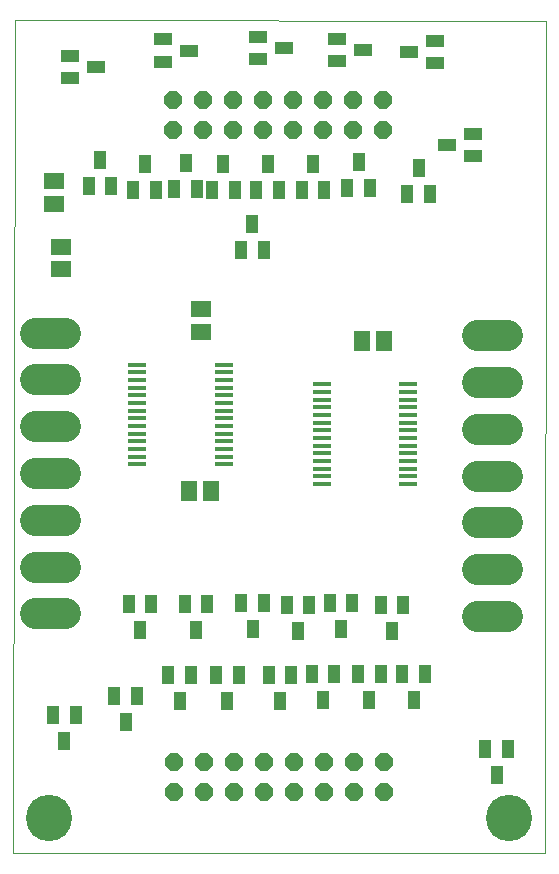
<source format=gbs>
G75*
G70*
%OFA0B0*%
%FSLAX24Y24*%
%IPPOS*%
%LPD*%
%AMOC8*
5,1,8,0,0,1.08239X$1,22.5*
%
%ADD10C,0.0000*%
%ADD11R,0.0590X0.0177*%
%ADD12C,0.1044*%
%ADD13R,0.0670X0.0552*%
%ADD14R,0.0552X0.0670*%
%ADD15OC8,0.0600*%
%ADD16R,0.0434X0.0591*%
%ADD17R,0.0591X0.0434*%
%ADD18C,0.1542*%
D10*
X000860Y000100D02*
X000900Y027856D01*
X018601Y027844D01*
X018577Y000100D01*
X000860Y000100D01*
D11*
X004988Y013059D03*
X004988Y013315D03*
X004988Y013570D03*
X004988Y013826D03*
X004988Y014082D03*
X004988Y014338D03*
X004988Y014594D03*
X004988Y014850D03*
X004988Y015106D03*
X004988Y015362D03*
X004988Y015618D03*
X004988Y015874D03*
X004988Y016130D03*
X004988Y016385D03*
X007867Y016385D03*
X007867Y016130D03*
X007867Y015874D03*
X007867Y015618D03*
X007867Y015362D03*
X007867Y015106D03*
X007867Y014850D03*
X007867Y014594D03*
X007867Y014338D03*
X007867Y014082D03*
X007867Y013826D03*
X007867Y013570D03*
X007867Y013315D03*
X007867Y013059D03*
X011138Y013169D03*
X011138Y013425D03*
X011138Y013681D03*
X011138Y013937D03*
X011138Y014193D03*
X011138Y014448D03*
X011138Y014704D03*
X011138Y014960D03*
X011138Y015216D03*
X011138Y015472D03*
X011138Y015728D03*
X011138Y012913D03*
X011138Y012657D03*
X011138Y012401D03*
X014016Y012401D03*
X014016Y012657D03*
X014016Y012913D03*
X014016Y013169D03*
X014016Y013425D03*
X014016Y013681D03*
X014016Y013937D03*
X014016Y014193D03*
X014016Y014448D03*
X014016Y014704D03*
X014016Y014960D03*
X014016Y015216D03*
X014016Y015472D03*
X014016Y015728D03*
D12*
X016311Y015805D02*
X017315Y015805D01*
X017315Y017364D02*
X016311Y017364D01*
X016311Y014246D02*
X017315Y014246D01*
X017315Y012687D02*
X016311Y012687D01*
X016311Y011128D02*
X017315Y011128D01*
X017315Y009569D02*
X016311Y009569D01*
X016311Y008009D02*
X017315Y008009D01*
X002591Y008096D02*
X001587Y008096D01*
X001587Y009655D02*
X002591Y009655D01*
X002591Y011214D02*
X001587Y011214D01*
X001587Y012773D02*
X002591Y012773D01*
X002591Y014332D02*
X001587Y014332D01*
X001587Y015891D02*
X002591Y015891D01*
X002591Y017450D02*
X001587Y017450D01*
D13*
X002450Y019564D03*
X002450Y020312D03*
X002211Y021754D03*
X002211Y022502D03*
X007128Y018234D03*
X007128Y017486D03*
D14*
X007455Y012159D03*
X006707Y012159D03*
X012475Y017175D03*
X013223Y017175D03*
D15*
X013199Y024198D03*
X013199Y025198D03*
X012199Y025198D03*
X012199Y024198D03*
X011199Y024198D03*
X011199Y025198D03*
X010199Y025198D03*
X010199Y024198D03*
X009199Y024198D03*
X009199Y025198D03*
X008199Y025198D03*
X008199Y024198D03*
X007199Y024198D03*
X007199Y025198D03*
X006199Y025198D03*
X006199Y024198D03*
X006215Y003155D03*
X006215Y002155D03*
X007215Y002155D03*
X007215Y003155D03*
X008215Y003155D03*
X008215Y002155D03*
X009215Y002155D03*
X009215Y003155D03*
X010215Y003155D03*
X010215Y002155D03*
X011215Y002155D03*
X011215Y003155D03*
X012215Y003155D03*
X012215Y002155D03*
X013215Y002155D03*
X013215Y003155D03*
D16*
X012731Y005198D03*
X013105Y006065D03*
X013829Y006065D03*
X014203Y005198D03*
X014577Y006065D03*
X013483Y007521D03*
X013857Y008387D03*
X013109Y008387D03*
X012148Y008427D03*
X011400Y008427D03*
X011774Y007561D03*
X011553Y006065D03*
X010805Y006065D03*
X011179Y005198D03*
X010128Y006033D03*
X009754Y005167D03*
X009380Y006033D03*
X008368Y006033D03*
X007994Y005167D03*
X007620Y006033D03*
X006778Y006033D03*
X006404Y005167D03*
X006030Y006033D03*
X004975Y005348D03*
X004601Y004482D03*
X004227Y005348D03*
X002939Y004718D03*
X002565Y003852D03*
X002191Y004718D03*
X004703Y008395D03*
X005451Y008395D03*
X005077Y007529D03*
X006569Y008395D03*
X007317Y008395D03*
X006943Y007529D03*
X008463Y008435D03*
X008837Y007569D03*
X009211Y008435D03*
X009967Y008387D03*
X010341Y007521D03*
X010715Y008387D03*
X012357Y006065D03*
X016593Y003576D03*
X016967Y002710D03*
X017341Y003576D03*
X009203Y020206D03*
X008829Y021072D03*
X008455Y020206D03*
X008238Y022222D03*
X007864Y023088D03*
X007490Y022222D03*
X006975Y022254D03*
X006601Y023120D03*
X006227Y022254D03*
X005609Y022214D03*
X005234Y023080D03*
X004860Y022214D03*
X004116Y022332D03*
X003742Y023198D03*
X003368Y022332D03*
X008959Y022222D03*
X009707Y022222D03*
X009333Y023088D03*
X010479Y022222D03*
X010853Y023088D03*
X011227Y022222D03*
X011998Y022261D03*
X012372Y023128D03*
X012746Y022261D03*
X013998Y022072D03*
X014372Y022939D03*
X014746Y022072D03*
D17*
X015305Y023714D03*
X016171Y023340D03*
X016171Y024088D03*
X014912Y026439D03*
X014912Y027187D03*
X014046Y026813D03*
X012518Y026876D03*
X011652Y027250D03*
X011652Y026502D03*
X009872Y026946D03*
X009006Y026572D03*
X009006Y027320D03*
X006723Y026852D03*
X005857Y027226D03*
X005857Y026478D03*
X003605Y026301D03*
X002738Y026675D03*
X002738Y025927D03*
D18*
X002042Y001281D03*
X017396Y001281D03*
M02*

</source>
